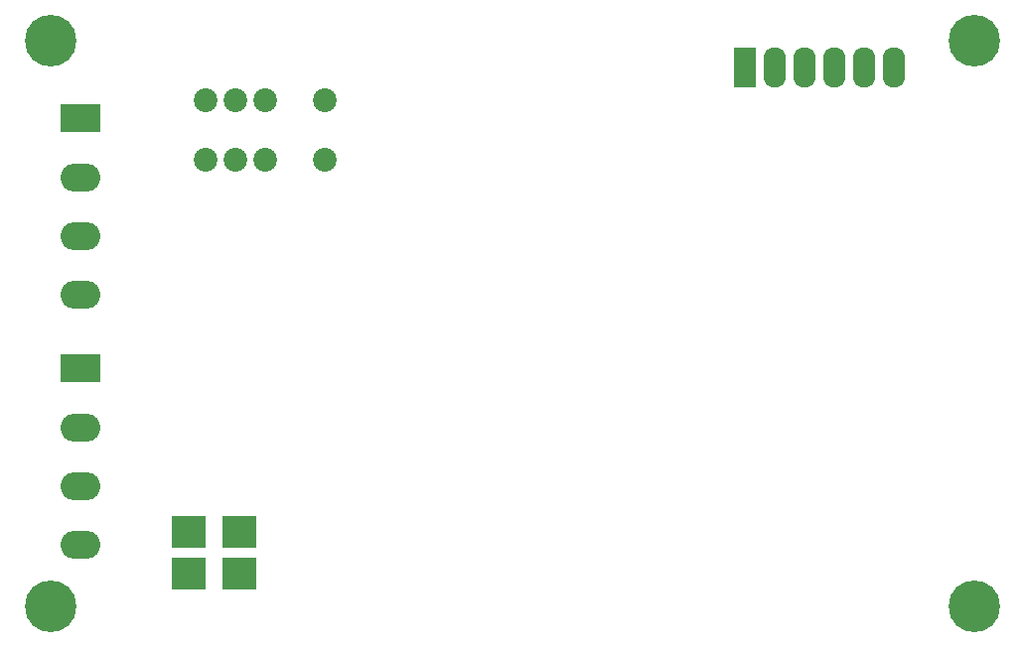
<source format=gbs>
G04 #@! TF.GenerationSoftware,KiCad,Pcbnew,5.0.0-fee4fd1~66~ubuntu18.04.1*
G04 #@! TF.CreationDate,2018-12-28T16:36:32-07:00*
G04 #@! TF.ProjectId,transceiver_test,7472616E736365697665725F74657374,rev?*
G04 #@! TF.SameCoordinates,Original*
G04 #@! TF.FileFunction,Soldermask,Bot*
G04 #@! TF.FilePolarity,Negative*
%FSLAX46Y46*%
G04 Gerber Fmt 4.6, Leading zero omitted, Abs format (unit mm)*
G04 Created by KiCad (PCBNEW 5.0.0-fee4fd1~66~ubuntu18.04.1) date Fri Dec 28 16:36:32 2018*
%MOMM*%
%LPD*%
G01*
G04 APERTURE LIST*
%ADD10R,2.900000X2.700000*%
%ADD11R,3.400000X2.400000*%
%ADD12O,3.400000X2.400000*%
%ADD13R,1.924000X3.448000*%
%ADD14O,1.924000X3.448000*%
%ADD15C,2.025000*%
%ADD16C,4.400000*%
G04 APERTURE END LIST*
D10*
G04 #@! TO.C,D11*
X31360000Y-77470000D03*
X27060000Y-77470000D03*
G04 #@! TD*
G04 #@! TO.C,D12*
X27060000Y-81026000D03*
X31360000Y-81026000D03*
G04 #@! TD*
D11*
G04 #@! TO.C,J1*
X17780000Y-63500000D03*
D12*
X17780000Y-68500000D03*
X17780000Y-73500000D03*
X17780000Y-78500000D03*
G04 #@! TD*
G04 #@! TO.C,J2*
X17780000Y-57164000D03*
X17780000Y-52164000D03*
X17780000Y-47164000D03*
D11*
X17780000Y-42164000D03*
G04 #@! TD*
D13*
G04 #@! TO.C,J3*
X74422000Y-37846000D03*
D14*
X76962000Y-37846000D03*
X79502000Y-37846000D03*
X82042000Y-37846000D03*
X84582000Y-37846000D03*
X87122000Y-37846000D03*
G04 #@! TD*
D15*
G04 #@! TO.C,U1*
X38608000Y-40640000D03*
X33528000Y-40640000D03*
X30988000Y-40640000D03*
X28448000Y-40640000D03*
X28448000Y-45720000D03*
X30988000Y-45720000D03*
X33528000Y-45720000D03*
X38608000Y-45720000D03*
G04 #@! TD*
D16*
G04 #@! TO.C,M1*
X93980000Y-83820000D03*
G04 #@! TD*
G04 #@! TO.C,M2*
X15240000Y-83820000D03*
G04 #@! TD*
G04 #@! TO.C,M3*
X93980000Y-35560000D03*
G04 #@! TD*
G04 #@! TO.C,M4*
X15240000Y-35560000D03*
G04 #@! TD*
M02*

</source>
